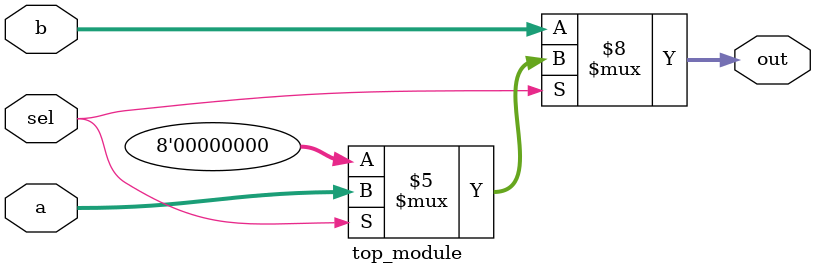
<source format=sv>
module top_module (
    input sel,
    input [7:0] a,
    input [7:0] b,
    output reg [7:0] out
);

always @(sel) begin
    if (sel == 0)
        out <= b;
    else if (sel == 1)
        out <= a;
    else
        out <= 0;
end

endmodule

</source>
